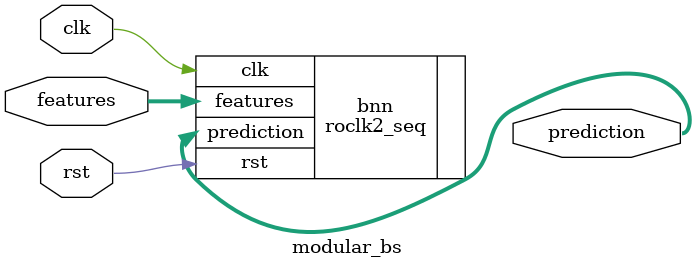
<source format=v>
`ifndef DUTNAME
`define DUTNAME modular_bs
parameter FEAT_CNT = 4;
parameter FEAT_BITS = 4;
parameter HIDDEN_CNT = 4;
parameter CLASS_CNT = 4;
`define WEIGHTS0 0
`define WEIGHTS1 0
`else
    `include `BSTRINGS
`endif
module `DUTNAME #(
`ifdef PARAMS
`include `PARAMS
`endif
  ) (
  input clk,
  input rst,
  input [FEAT_CNT*FEAT_BITS-1:0] features,
  output [$clog2(CLASS_CNT)-1:0] prediction
  );

  localparam Weights0 = `WEIGHTS0 ;
  localparam Weights1 = `WEIGHTS1 ;

  roclk2_seq #(.FEAT_CNT(FEAT_CNT),.FEAT_BITS(FEAT_BITS),.HIDDEN_CNT(HIDDEN_CNT),.CLASS_CNT(CLASS_CNT),.Weights0(Weights0),.Weights1(Weights1)) bnn (
    .clk(clk),
    .rst(rst),
    .features(features),
    .prediction(prediction)
  );

endmodule

</source>
